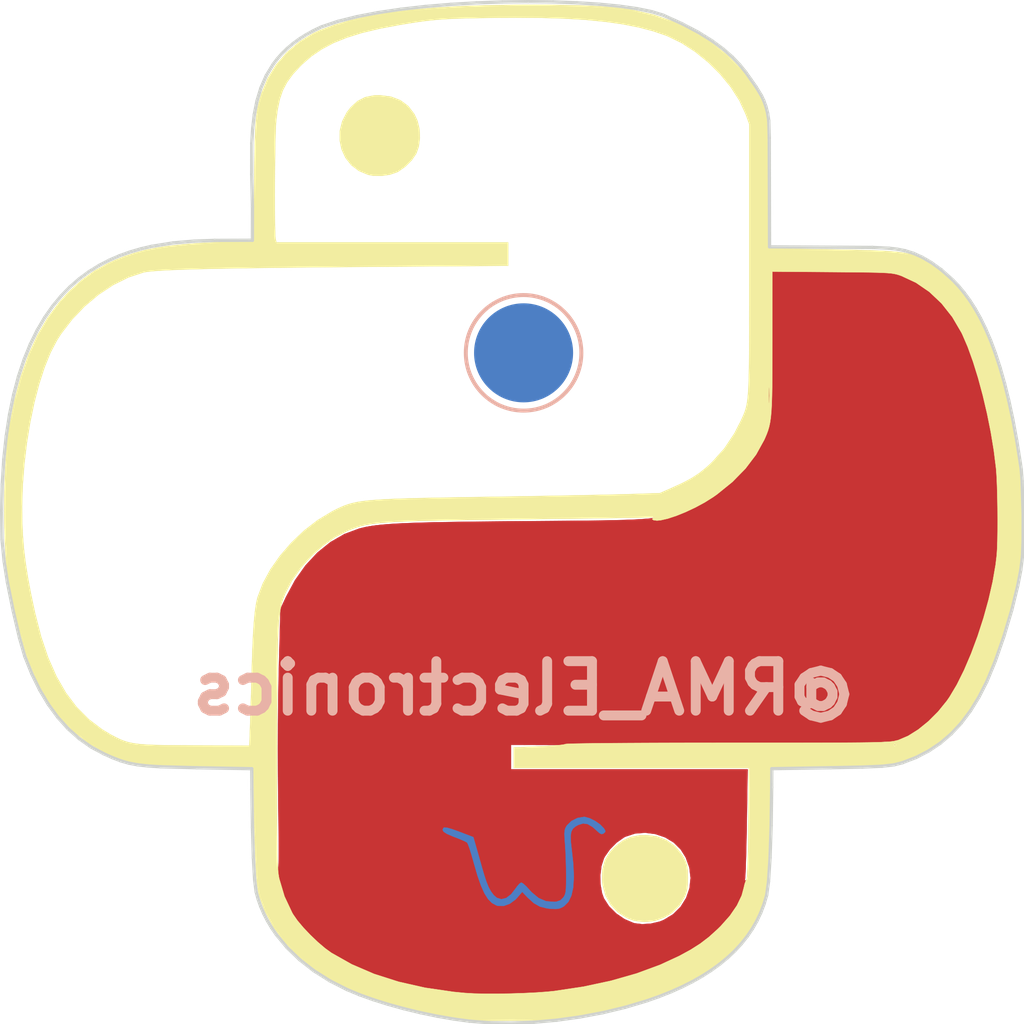
<source format=kicad_pcb>
(kicad_pcb (version 20171130) (host pcbnew 5.1.5)

  (general
    (thickness 1.6)
    (drawings 200)
    (tracks 0)
    (zones 0)
    (modules 5)
    (nets 1)
  )

  (page A4)
  (layers
    (0 F.Cu signal)
    (31 B.Cu signal)
    (32 B.Adhes user)
    (33 F.Adhes user)
    (34 B.Paste user)
    (35 F.Paste user)
    (36 B.SilkS user)
    (37 F.SilkS user hide)
    (38 B.Mask user)
    (39 F.Mask user hide)
    (40 Dwgs.User user)
    (41 Cmts.User user)
    (42 Eco1.User user)
    (43 Eco2.User user)
    (44 Edge.Cuts user)
    (45 Margin user)
    (46 B.CrtYd user)
    (47 F.CrtYd user)
    (48 B.Fab user)
    (49 F.Fab user)
  )

  (setup
    (last_trace_width 0.25)
    (trace_clearance 0.2)
    (zone_clearance 0.508)
    (zone_45_only no)
    (trace_min 0.2)
    (via_size 0.6)
    (via_drill 0.4)
    (via_min_size 0.4)
    (via_min_drill 0.3)
    (uvia_size 0.3)
    (uvia_drill 0.1)
    (uvias_allowed no)
    (uvia_min_size 0.2)
    (uvia_min_drill 0.1)
    (edge_width 0.15)
    (segment_width 0.2)
    (pcb_text_width 0.3)
    (pcb_text_size 1.5 1.5)
    (mod_edge_width 0.15)
    (mod_text_size 1 1)
    (mod_text_width 0.15)
    (pad_size 1.524 1.524)
    (pad_drill 0.762)
    (pad_to_mask_clearance 0.2)
    (aux_axis_origin 0 0)
    (visible_elements FFFFFF7F)
    (pcbplotparams
      (layerselection 0x010f0_ffffffff)
      (usegerberextensions false)
      (usegerberattributes false)
      (usegerberadvancedattributes false)
      (creategerberjobfile false)
      (excludeedgelayer true)
      (linewidth 0.100000)
      (plotframeref false)
      (viasonmask false)
      (mode 1)
      (useauxorigin false)
      (hpglpennumber 1)
      (hpglpenspeed 20)
      (hpglpendiameter 15.000000)
      (psnegative false)
      (psa4output false)
      (plotreference true)
      (plotvalue true)
      (plotinvisibletext false)
      (padsonsilk false)
      (subtractmaskfromsilk false)
      (outputformat 1)
      (mirror false)
      (drillshape 0)
      (scaleselection 1)
      (outputdirectory "gerbers/"))
  )

  (net 0 "")

  (net_class Default "This is the default net class."
    (clearance 0.2)
    (trace_width 0.25)
    (via_dia 0.6)
    (via_drill 0.4)
    (uvia_dia 0.3)
    (uvia_drill 0.1)
  )

  (module NFCBuisness:W (layer B.Cu) (tedit 0) (tstamp 5E0D9F14)
    (at 128.27 119.38 180)
    (fp_text reference Ref** (at 0 0) (layer B.SilkS) hide
      (effects (font (size 1.27 1.27) (thickness 0.15)) (justify mirror))
    )
    (fp_text value Val** (at 0 0) (layer B.SilkS) hide
      (effects (font (size 1.27 1.27) (thickness 0.15)) (justify mirror))
    )
    (fp_poly (pts (xy -1.630587 2.420899) (xy -1.447524 2.328559) (xy -1.311592 2.194757) (xy -1.304211 2.183555)
      (xy -1.265704 2.11344) (xy -1.244213 2.038839) (xy -1.23774 1.938094) (xy -1.244287 1.789546)
      (xy -1.255088 1.651) (xy -1.268682 1.442824) (xy -1.279873 1.184894) (xy -1.287394 0.912114)
      (xy -1.289962 0.690936) (xy -1.289221 0.458958) (xy -1.284387 0.294975) (xy -1.273305 0.182336)
      (xy -1.25382 0.10439) (xy -1.223775 0.044488) (xy -1.202268 0.013603) (xy -1.116398 -0.071274)
      (xy -1.002822 -0.111004) (xy -0.929984 -0.119227) (xy -0.68211 -0.100096) (xy -0.454281 -0.00289)
      (xy -0.240656 0.175182) (xy -0.185776 0.236175) (xy -0.081108 0.349759) (xy 0.009066 0.431822)
      (xy 0.066141 0.465547) (xy 0.068112 0.465666) (xy 0.123755 0.432548) (xy 0.197182 0.348904)
      (xy 0.229505 0.301607) (xy 0.376869 0.110873) (xy 0.526913 -0.003226) (xy 0.674284 -0.03902)
      (xy 0.813631 0.005163) (xy 0.907971 0.089777) (xy 0.988653 0.198585) (xy 1.058934 0.326542)
      (xy 1.126082 0.490779) (xy 1.197364 0.708426) (xy 1.255985 0.910166) (xy 1.31545 1.12099)
      (xy 1.377683 1.340443) (xy 1.431333 1.528529) (xy 1.442246 1.566558) (xy 1.521416 1.84195)
      (xy 1.949565 2.005418) (xy 2.167567 2.084028) (xy 2.315998 2.126297) (xy 2.401001 2.133773)
      (xy 2.422145 2.124455) (xy 2.452677 2.065526) (xy 2.41974 2.005855) (xy 2.317286 1.940366)
      (xy 2.13927 1.863979) (xy 2.089887 1.8454) (xy 1.930263 1.78316) (xy 1.799296 1.726134)
      (xy 1.71927 1.684217) (xy 1.708527 1.676067) (xy 1.680315 1.619963) (xy 1.636526 1.498254)
      (xy 1.582553 1.327363) (xy 1.52379 1.123712) (xy 1.507251 1.063196) (xy 1.396737 0.68139)
      (xy 1.290651 0.376432) (xy 1.184846 0.140938) (xy 1.075173 -0.032475) (xy 0.957485 -0.15119)
      (xy 0.827635 -0.222591) (xy 0.776069 -0.238398) (xy 0.602379 -0.241191) (xy 0.418574 -0.174646)
      (xy 0.246259 -0.047924) (xy 0.192569 0.009056) (xy 0.041511 0.185533) (xy -0.128458 0.008645)
      (xy -0.312966 -0.157866) (xy -0.496288 -0.260737) (xy -0.709082 -0.314778) (xy -0.823587 -0.327186)
      (xy -0.981029 -0.333485) (xy -1.090094 -0.317957) (xy -1.185756 -0.27362) (xy -1.227666 -0.246552)
      (xy -1.355913 -0.118677) (xy -1.447302 0.068507) (xy -1.502345 0.318683) (xy -1.521551 0.635539)
      (xy -1.505431 1.022758) (xy -1.460818 1.436924) (xy -1.432055 1.688127) (xy -1.424811 1.871541)
      (xy -1.442863 2.002167) (xy -1.489991 2.095003) (xy -1.569973 2.165049) (xy -1.656298 2.212878)
      (xy -1.801342 2.257899) (xy -1.939703 2.239415) (xy -2.087459 2.15265) (xy -2.203421 2.05035)
      (xy -2.298884 1.96489) (xy -2.361491 1.934189) (xy -2.413708 1.94891) (xy -2.426473 1.957639)
      (xy -2.473927 2.002339) (xy -2.467648 2.051331) (xy -2.429475 2.110518) (xy -2.32004 2.223928)
      (xy -2.167499 2.330713) (xy -2.002595 2.413218) (xy -1.856072 2.453788) (xy -1.829026 2.455333)
      (xy -1.630587 2.420899)) (layer B.Cu) (width 0.01))
  )

  (module TestPoint:TestPoint_Pad_D3.0mm (layer B.Cu) (tedit 5A0F774F) (tstamp 5E0D4686)
    (at 128.27 102.87)
    (descr "SMD pad as test Point, diameter 3.0mm")
    (tags "test point SMD pad")
    (attr virtual)
    (fp_text reference REF** (at 0 2.398) (layer B.SilkS) hide
      (effects (font (size 1 1) (thickness 0.15)) (justify mirror))
    )
    (fp_text value TestPoint_Pad_D3.0mm (at 0 -2.55) (layer B.Fab) hide
      (effects (font (size 1 1) (thickness 0.15)) (justify mirror))
    )
    (fp_circle (center 0 0) (end 0 -1.75) (layer B.SilkS) (width 0.12))
    (fp_circle (center 0 0) (end 2 0) (layer B.CrtYd) (width 0.05))
    (fp_text user %R (at 0 2.4) (layer B.Fab) hide
      (effects (font (size 1 1) (thickness 0.15)) (justify mirror))
    )
    (pad 1 smd circle (at 0 0) (size 3 3) (layers B.Cu B.Mask))
  )

  (module LOGO (layer F.Cu) (tedit 0) (tstamp 0)
    (at 128.27 107.95)
    (fp_text reference G*** (at 0 0) (layer F.SilkS) hide
      (effects (font (size 1.524 1.524) (thickness 0.3)))
    )
    (fp_text value LOGO (at 0.75 0) (layer F.SilkS) hide
      (effects (font (size 1.524 1.524) (thickness 0.3)))
    )
    (fp_poly (pts (xy 9.241942 -7.650436) (xy 9.71711 -7.644145) (xy 10.116436 -7.637277) (xy 10.448742 -7.6289)
      (xy 10.722853 -7.618084) (xy 10.947591 -7.603895) (xy 11.131779 -7.585403) (xy 11.284241 -7.561674)
      (xy 11.413801 -7.531779) (xy 11.529281 -7.494785) (xy 11.639504 -7.44976) (xy 11.753295 -7.395772)
      (xy 11.780061 -7.38241) (xy 12.140005 -7.175004) (xy 12.466202 -6.928756) (xy 12.761485 -6.638548)
      (xy 13.028689 -6.299263) (xy 13.270648 -5.905784) (xy 13.490197 -5.452994) (xy 13.69017 -4.935777)
      (xy 13.873401 -4.349013) (xy 14.042724 -3.687588) (xy 14.180814 -3.048) (xy 14.258119 -2.651554)
      (xy 14.319708 -2.304971) (xy 14.367272 -1.989917) (xy 14.402497 -1.68806) (xy 14.427074 -1.381067)
      (xy 14.44269 -1.050605) (xy 14.451034 -0.678341) (xy 14.453795 -0.245942) (xy 14.453766 -0.084666)
      (xy 14.45209 0.308032) (xy 14.447862 0.628485) (xy 14.440505 0.88909) (xy 14.429443 1.102245)
      (xy 14.414101 1.280347) (xy 14.393905 1.435795) (xy 14.379099 1.524) (xy 14.252264 2.135389)
      (xy 14.094514 2.752133) (xy 13.911324 3.35816) (xy 13.70817 3.937399) (xy 13.490528 4.473777)
      (xy 13.263873 4.951225) (xy 13.12554 5.203222) (xy 12.878969 5.573312) (xy 12.592725 5.914102)
      (xy 12.279046 6.215095) (xy 11.950168 6.465795) (xy 11.618327 6.655705) (xy 11.295759 6.774328)
      (xy 11.293353 6.774935) (xy 11.242022 6.782481) (xy 11.149323 6.789178) (xy 11.012001 6.795045)
      (xy 10.826801 6.800101) (xy 10.590467 6.804365) (xy 10.299744 6.807856) (xy 9.951377 6.810593)
      (xy 9.54211 6.812595) (xy 9.068687 6.813881) (xy 8.527855 6.814469) (xy 7.916356 6.81438)
      (xy 7.230935 6.81363) (xy 6.468338 6.812241) (xy 5.625309 6.81023) (xy 5.356103 6.809508)
      (xy -0.381 6.793769) (xy -0.381 7.535334) (xy 6.78697 7.535334) (xy 6.760737 9.157139)
      (xy 6.754165 9.521852) (xy 6.746753 9.861655) (xy 6.738808 10.166843) (xy 6.73064 10.42771)
      (xy 6.722557 10.63455) (xy 6.714867 10.777659) (xy 6.707881 10.847329) (xy 6.706872 10.850952)
      (xy 6.700605 10.901984) (xy 6.752251 10.894944) (xy 6.795642 10.886983) (xy 6.810149 10.920718)
      (xy 6.800553 11.014161) (xy 6.794241 11.053213) (xy 6.687583 11.43958) (xy 6.500339 11.814189)
      (xy 6.236094 12.174418) (xy 5.898437 12.517645) (xy 5.490952 12.841246) (xy 5.017228 13.142599)
      (xy 4.480849 13.41908) (xy 3.885402 13.668068) (xy 3.234474 13.886938) (xy 2.7305 14.025146)
      (xy 2.024297 14.180549) (xy 1.28176 14.305183) (xy 0.550334 14.391263) (xy 0.257123 14.410877)
      (xy -0.096347 14.423467) (xy -0.488292 14.429197) (xy -0.896928 14.428232) (xy -1.300467 14.420734)
      (xy -1.677126 14.406869) (xy -2.005119 14.386799) (xy -2.180166 14.370695) (xy -2.910234 14.266316)
      (xy -3.617535 14.11701) (xy -4.285681 13.927087) (xy -4.898288 13.700855) (xy -5.145933 13.590959)
      (xy -5.686183 13.30152) (xy -6.164206 12.971573) (xy -6.576037 12.605177) (xy -6.917709 12.206387)
      (xy -7.185257 11.779261) (xy -7.374714 11.327855) (xy -7.382603 11.303) (xy -7.463131 11.024731)
      (xy -7.507394 10.82105) (xy -7.512744 10.735952) (xy 2.324266 10.735952) (xy 2.330083 11.01974)
      (xy 2.375627 11.283289) (xy 2.432558 11.441798) (xy 2.587203 11.681293) (xy 2.803591 11.897818)
      (xy 3.058919 12.072864) (xy 3.33038 12.187924) (xy 3.362877 12.196801) (xy 3.594276 12.224654)
      (xy 3.857199 12.206861) (xy 4.114671 12.147538) (xy 4.239597 12.099147) (xy 4.527979 11.923469)
      (xy 4.756926 11.696534) (xy 4.923582 11.430067) (xy 5.025092 11.135799) (xy 5.058598 10.825457)
      (xy 5.021245 10.510768) (xy 4.910177 10.203463) (xy 4.759961 9.962408) (xy 4.548514 9.751671)
      (xy 4.286265 9.59413) (xy 3.991182 9.493597) (xy 3.681234 9.453882) (xy 3.374387 9.478794)
      (xy 3.088612 9.572144) (xy 3.039006 9.597481) (xy 2.819774 9.751282) (xy 2.617295 9.955104)
      (xy 2.460755 10.178335) (xy 2.431879 10.234301) (xy 2.358192 10.463586) (xy 2.324266 10.735952)
      (xy -7.512744 10.735952) (xy -7.515624 10.690148) (xy -7.488053 10.630217) (xy -7.46918 10.625667)
      (xy -7.454267 10.61964) (xy -7.441964 10.597116) (xy -7.432153 10.551428) (xy -7.424719 10.475912)
      (xy -7.419547 10.363902) (xy -7.416518 10.208732) (xy -7.415519 10.003735) (xy -7.416432 9.742248)
      (xy -7.419142 9.417603) (xy -7.423532 9.023136) (xy -7.429486 8.55218) (xy -7.43103 8.434917)
      (xy -7.438361 7.675864) (xy -7.440677 6.904715) (xy -7.44002 6.711593) (xy 10.849022 6.711593)
      (xy 10.902209 6.718235) (xy 10.964334 6.71947) (xy 11.055894 6.716168) (xy 11.081029 6.707724)
      (xy 11.059584 6.701124) (xy 10.936225 6.69412) (xy 10.869084 6.701124) (xy 10.849022 6.711593)
      (xy -7.44002 6.711593) (xy -7.43987 6.6675) (xy 11.260667 6.6675) (xy 11.281834 6.688667)
      (xy 11.303 6.6675) (xy 11.281834 6.646334) (xy 11.260667 6.6675) (xy -7.43987 6.6675)
      (xy -7.438084 6.14322) (xy -7.430687 5.413129) (xy -7.418591 4.736191) (xy -7.411753 4.458768)
      (xy -7.363472 2.673369) (xy -7.19931 2.320935) (xy -6.923359 1.808031) (xy -6.603595 1.3564)
      (xy -6.244431 0.969924) (xy -5.850281 0.65249) (xy -5.42556 0.407982) (xy -4.97468 0.240285)
      (xy -4.783666 0.194711) (xy -4.643647 0.169383) (xy -4.486058 0.146747) (xy -4.305427 0.126609)
      (xy -4.09628 0.108772) (xy -3.853141 0.093042) (xy -3.570539 0.079224) (xy -3.242999 0.067122)
      (xy -2.865046 0.056541) (xy -2.431208 0.047288) (xy -1.936011 0.039165) (xy -1.373979 0.031978)
      (xy -0.739641 0.025533) (xy -0.027521 0.019634) (xy 0.169334 0.018177) (xy 0.827992 0.013299)
      (xy 1.408132 0.008508) (xy 1.915899 0.003364) (xy 2.357438 -0.002569) (xy 2.738896 -0.009732)
      (xy 3.066419 -0.018562) (xy 3.346152 -0.029499) (xy 3.584241 -0.04298) (xy 3.786833 -0.059445)
      (xy 3.960073 -0.079332) (xy 4.110107 -0.10308) (xy 4.243081 -0.131127) (xy 4.365142 -0.163913)
      (xy 4.482434 -0.201874) (xy 4.601104 -0.245452) (xy 4.727298 -0.295083) (xy 4.763825 -0.309726)
      (xy 5.215023 -0.522731) (xy 5.653639 -0.79029) (xy 6.066838 -1.101132) (xy 6.441784 -1.443987)
      (xy 6.765642 -1.807586) (xy 7.025575 -2.18066) (xy 7.142637 -2.398303) (xy 7.201673 -2.52236)
      (xy 7.251787 -2.632033) (xy 7.293759 -2.735263) (xy 7.328373 -2.839989) (xy 7.356412 -2.954154)
      (xy 7.378656 -3.085696) (xy 7.39589 -3.242557) (xy 7.408896 -3.432677) (xy 7.418455 -3.663996)
      (xy 7.42535 -3.944455) (xy 7.430364 -4.281994) (xy 7.434279 -4.684554) (xy 7.437877 -5.160074)
      (xy 7.439696 -5.413059) (xy 7.45605 -7.672284) (xy 9.241942 -7.650436)) (layer F.Cu) (width 0.01))
  )

  (module LOGO (layer F.Cu) (tedit 0) (tstamp 0)
    (at 128.27 107.95)
    (fp_text reference G*** (at 0 0) (layer F.SilkS) hide
      (effects (font (size 1.524 1.524) (thickness 0.3)))
    )
    (fp_text value LOGO (at 0.75 0) (layer F.SilkS) hide
      (effects (font (size 1.524 1.524) (thickness 0.3)))
    )
    (fp_poly (pts (xy 0.744648 -15.619978) (xy 1.265944 -15.61368) (xy 1.721454 -15.602694) (xy 2.120574 -15.58656)
      (xy 2.472702 -15.56482) (xy 2.787238 -15.537015) (xy 3.073577 -15.502686) (xy 3.302 -15.468002)
      (xy 3.937835 -15.323376) (xy 4.553384 -15.107888) (xy 5.138719 -14.827393) (xy 5.683915 -14.487749)
      (xy 6.179042 -14.094808) (xy 6.614174 -13.654427) (xy 6.829176 -13.387617) (xy 7.027494 -13.107971)
      (xy 7.173173 -12.868753) (xy 7.275216 -12.652353) (xy 7.342628 -12.441158) (xy 7.364627 -12.340166)
      (xy 7.376706 -12.23554) (xy 7.388639 -12.053682) (xy 7.400173 -11.802025) (xy 7.411057 -11.488004)
      (xy 7.421037 -11.119053) (xy 7.429862 -10.702607) (xy 7.437278 -10.246099) (xy 7.438307 -10.170583)
      (xy 7.44362 -9.776807) (xy 7.448733 -9.410098) (xy 7.453515 -9.078908) (xy 7.457837 -8.791689)
      (xy 7.461568 -8.556892) (xy 7.464581 -8.382972) (xy 7.466743 -8.278378) (xy 7.467787 -8.250277)
      (xy 7.509558 -8.248551) (xy 7.627512 -8.245491) (xy 7.813178 -8.241274) (xy 8.058085 -8.236075)
      (xy 8.353762 -8.230072) (xy 8.691739 -8.223439) (xy 9.063545 -8.216355) (xy 9.376834 -8.210533)
      (xy 9.895042 -8.200505) (xy 10.336994 -8.189973) (xy 10.711094 -8.17743) (xy 11.025747 -8.161366)
      (xy 11.289357 -8.140274) (xy 11.510329 -8.112644) (xy 11.697067 -8.07697) (xy 11.857976 -8.031741)
      (xy 12.001459 -7.97545) (xy 12.135922 -7.906589) (xy 12.269769 -7.823648) (xy 12.411405 -7.72512)
      (xy 12.518963 -7.6466) (xy 12.880769 -7.346107) (xy 13.211795 -6.998535) (xy 13.514074 -6.599533)
      (xy 13.78964 -6.144752) (xy 14.040525 -5.629844) (xy 14.268764 -5.050458) (xy 14.476389 -4.402246)
      (xy 14.665435 -3.680858) (xy 14.837934 -2.881946) (xy 14.900262 -2.553341) (xy 14.980907 -2.064706)
      (xy 15.040639 -1.585342) (xy 15.081308 -1.092433) (xy 15.104765 -0.563162) (xy 15.112858 0.025286)
      (xy 15.112897 0.069598) (xy 15.108708 0.528992) (xy 15.094572 0.923877) (xy 15.068323 1.274055)
      (xy 15.027797 1.599324) (xy 14.970829 1.919485) (xy 14.895254 2.254339) (xy 14.857811 2.4027)
      (xy 14.643076 3.177955) (xy 14.419573 3.873414) (xy 14.184244 4.493757) (xy 13.93403 5.043663)
      (xy 13.66587 5.52781) (xy 13.376707 5.950878) (xy 13.06348 6.317545) (xy 12.72313 6.632489)
      (xy 12.352599 6.900391) (xy 11.948826 7.125929) (xy 11.694444 7.240739) (xy 11.590301 7.281117)
      (xy 11.481687 7.315658) (xy 11.360732 7.345021) (xy 11.219563 7.369868) (xy 11.050311 7.390858)
      (xy 10.845103 7.408651) (xy 10.59607 7.423907) (xy 10.295339 7.437287) (xy 9.93504 7.44945)
      (xy 9.507301 7.461056) (xy 9.004252 7.472766) (xy 8.900584 7.475034) (xy 7.493 7.50559)
      (xy 7.492582 8.568212) (xy 7.487252 9.171136) (xy 7.472112 9.735319) (xy 7.447699 10.250061)
      (xy 7.414554 10.704665) (xy 7.373216 11.088433) (xy 7.361115 11.175815) (xy 7.247847 11.661771)
      (xy 7.054721 12.124303) (xy 6.783706 12.561737) (xy 6.43677 12.972398) (xy 6.01588 13.354612)
      (xy 5.523005 13.706704) (xy 4.960113 14.026999) (xy 4.329172 14.313824) (xy 3.63215 14.565504)
      (xy 3.2385 14.683541) (xy 2.894096 14.773181) (xy 2.507584 14.862195) (xy 2.104004 14.945659)
      (xy 1.708395 15.018645) (xy 1.345796 15.076229) (xy 1.064431 15.111214) (xy 0.923454 15.120991)
      (xy 0.717095 15.129412) (xy 0.459208 15.136407) (xy 0.163646 15.14191) (xy -0.155738 15.145852)
      (xy -0.485091 15.148166) (xy -0.810561 15.148782) (xy -1.118295 15.147633) (xy -1.394439 15.144652)
      (xy -1.625141 15.139769) (xy -1.796548 15.132918) (xy -1.883833 15.12569) (xy -2.245358 15.068534)
      (xy -2.66123 14.988087) (xy -3.10634 14.890304) (xy -3.555578 14.781142) (xy -3.983837 14.666554)
      (xy -4.366008 14.552496) (xy -4.531068 14.497837) (xy -5.197844 14.234927) (xy -5.804845 13.928552)
      (xy -6.348968 13.581481) (xy -6.82711 13.196479) (xy -7.236169 12.776313) (xy -7.573042 12.323751)
      (xy -7.834628 11.841558) (xy -7.996397 11.407342) (xy -8.026448 11.292873) (xy -8.051059 11.163284)
      (xy -8.071483 11.005784) (xy -8.088978 10.807578) (xy -8.104797 10.555877) (xy -8.120196 10.237886)
      (xy -8.127093 10.075334) (xy -8.139883 9.732537) (xy -8.15123 9.367474) (xy -8.160517 9.005032)
      (xy -8.167127 8.670104) (xy -8.170441 8.387578) (xy -8.170698 8.3185) (xy -8.172761 8.078033)
      (xy -8.177887 7.865997) (xy -8.185451 7.697365) (xy -8.186947 7.679768) (xy -7.469903 7.679768)
      (xy -7.469774 8.232243) (xy -7.469143 8.711799) (xy -7.467903 9.124309) (xy -7.465948 9.475647)
      (xy -7.463168 9.771687) (xy -7.459457 10.018301) (xy -7.454708 10.221363) (xy -7.448812 10.386747)
      (xy -7.441662 10.520327) (xy -7.43315 10.627975) (xy -7.42317 10.715565) (xy -7.411613 10.788971)
      (xy -7.400111 10.846238) (xy -7.240851 11.381534) (xy -7.007485 11.877883) (xy -6.978845 11.927391)
      (xy -6.850368 12.112128) (xy -6.670591 12.325965) (xy -6.458105 12.550211) (xy -6.231498 12.766175)
      (xy -6.00936 12.955166) (xy -5.820833 13.091778) (xy -5.20579 13.43863) (xy -4.526934 13.730692)
      (xy -3.785253 13.967669) (xy -2.981735 14.149262) (xy -2.117366 14.275176) (xy -1.774138 14.30828)
      (xy -1.504261 14.323638) (xy -1.171095 14.331321) (xy -0.795626 14.331796) (xy -0.398838 14.325529)
      (xy -0.001717 14.312985) (xy 0.374751 14.29463) (xy 0.709581 14.270932) (xy 0.936195 14.248097)
      (xy 1.813411 14.11629) (xy 2.644181 13.938538) (xy 3.420952 13.716962) (xy 4.136173 13.453685)
      (xy 4.714077 13.186405) (xy 5.061543 12.9969) (xy 5.353786 12.810759) (xy 5.617232 12.608943)
      (xy 5.878307 12.372412) (xy 5.971386 12.280542) (xy 6.248645 11.968711) (xy 6.462415 11.656532)
      (xy 6.606741 11.353875) (xy 6.668119 11.125726) (xy 6.697564 10.998543) (xy 6.734624 10.9021)
      (xy 6.74637 10.883784) (xy 6.760376 10.832979) (xy 6.772556 10.715393) (xy 6.783021 10.527906)
      (xy 6.791885 10.2674) (xy 6.799262 9.930755) (xy 6.805263 9.514853) (xy 6.808846 9.158701)
      (xy 6.823192 7.493) (xy -0.296333 7.493) (xy -0.296333 6.869691) (xy 0.47625 6.839087)
      (xy 0.722612 6.827337) (xy 0.938058 6.813272) (xy 1.109006 6.798089) (xy 1.135824 6.7945)
      (xy 11.218334 6.7945) (xy 11.2395 6.815667) (xy 11.260667 6.7945) (xy 11.2395 6.773334)
      (xy 11.218334 6.7945) (xy 1.135824 6.7945) (xy 1.221871 6.782985) (xy 1.262945 6.769741)
      (xy 1.306793 6.764039) (xy 1.431579 6.75869) (xy 1.633571 6.753721) (xy 1.909041 6.749164)
      (xy 2.254259 6.745046) (xy 2.665496 6.741397) (xy 3.139022 6.738248) (xy 3.671108 6.735627)
      (xy 4.258025 6.733563) (xy 4.896042 6.732086) (xy 5.58143 6.731225) (xy 6.179735 6.731)
      (xy 6.928272 6.730965) (xy 7.596939 6.730809) (xy 8.190534 6.730455) (xy 8.713853 6.729823)
      (xy 9.171694 6.728838) (xy 9.568854 6.727422) (xy 9.910129 6.725496) (xy 10.200317 6.722984)
      (xy 10.444214 6.719808) (xy 10.646619 6.71589) (xy 10.812328 6.711152) (xy 10.946138 6.705518)
      (xy 11.052845 6.69891) (xy 11.137248 6.69125) (xy 11.204144 6.68246) (xy 11.258328 6.672464)
      (xy 11.304599 6.661183) (xy 11.347753 6.648539) (xy 11.351458 6.647391) (xy 11.646355 6.521415)
      (xy 11.954857 6.327641) (xy 12.262582 6.078175) (xy 12.555148 5.785126) (xy 12.818173 5.460602)
      (xy 12.898565 5.344873) (xy 13.121494 4.970606) (xy 13.341389 4.527807) (xy 13.552882 4.032581)
      (xy 13.750608 3.501029) (xy 13.9292 2.949257) (xy 14.08329 2.393366) (xy 14.207513 1.849461)
      (xy 14.296502 1.333644) (xy 14.33035 1.048551) (xy 14.342543 0.860883) (xy 14.350876 0.606523)
      (xy 14.355495 0.30335) (xy 14.356545 -0.030756) (xy 14.354173 -0.377916) (xy 14.348524 -0.720248)
      (xy 14.339743 -1.039875) (xy 14.327977 -1.318916) (xy 14.31337 -1.539492) (xy 14.308877 -1.5875)
      (xy 14.242322 -2.120579) (xy 14.150767 -2.675659) (xy 14.038004 -3.237878) (xy 13.907829 -3.792375)
      (xy 13.764035 -4.324291) (xy 13.610416 -4.818765) (xy 13.450768 -5.260936) (xy 13.288883 -5.635943)
      (xy 13.260467 -5.693833) (xy 12.983971 -6.16495) (xy 12.658507 -6.577458) (xy 12.289916 -6.925868)
      (xy 11.884036 -7.20469) (xy 11.446707 -7.408435) (xy 11.43 -7.414462) (xy 11.360932 -7.438321)
      (xy 11.294057 -7.458051) (xy 11.220721 -7.474116) (xy 11.132272 -7.486984) (xy 11.020055 -7.497121)
      (xy 10.875419 -7.504994) (xy 10.689709 -7.51107) (xy 10.454272 -7.515814) (xy 10.160456 -7.519693)
      (xy 9.799606 -7.523174) (xy 9.363069 -7.526723) (xy 9.345084 -7.526864) (xy 7.535334 -7.541025)
      (xy 7.534598 -5.410929) (xy 7.534119 -4.893508) (xy 7.532625 -4.452765) (xy 7.529456 -4.080713)
      (xy 7.52395 -3.769363) (xy 7.515445 -3.510728) (xy 7.50328 -3.29682) (xy 7.486794 -3.119652)
      (xy 7.465325 -2.971235) (xy 7.438212 -2.843582) (xy 7.404793 -2.728706) (xy 7.364407 -2.618617)
      (xy 7.316392 -2.50533) (xy 7.288933 -2.444143) (xy 7.044062 -2.000904) (xy 6.720661 -1.574107)
      (xy 6.32424 -1.169922) (xy 5.86031 -0.79452) (xy 5.739742 -0.709535) (xy 5.485201 -0.549607)
      (xy 5.203359 -0.397393) (xy 4.911432 -0.260073) (xy 4.626637 -0.144828) (xy 4.366192 -0.058837)
      (xy 4.147313 -0.009281) (xy 4.038374 0) (xy 3.935212 -0.013436) (xy 3.896666 -0.044564)
      (xy 3.929585 -0.079607) (xy 3.989917 -0.097461) (xy 4.016732 -0.105595) (xy 3.968199 -0.103581)
      (xy 3.937 -0.100587) (xy 3.872824 -0.097769) (xy 3.730476 -0.094115) (xy 3.516443 -0.089725)
      (xy 3.237216 -0.0847) (xy 2.899282 -0.07914) (xy 2.50913 -0.073148) (xy 2.07325 -0.066822)
      (xy 1.59813 -0.060264) (xy 1.090259 -0.053575) (xy 0.556126 -0.046856) (xy 0.1905 -0.042431)
      (xy -0.552771 -0.033393) (xy -1.216699 -0.024749) (xy -1.806607 -0.016159) (xy -2.327816 -0.007284)
      (xy -2.785647 0.002215) (xy -3.185422 0.012677) (xy -3.532462 0.024443) (xy -3.832088 0.037852)
      (xy -4.089622 0.053243) (xy -4.310386 0.070955) (xy -4.499701 0.091327) (xy -4.662888 0.1147)
      (xy -4.805268 0.141412) (xy -4.932164 0.171803) (xy -5.048896 0.206213) (xy -5.160787 0.24498)
      (xy -5.273156 0.288445) (xy -5.32452 0.309308) (xy -5.707631 0.505436) (xy -6.082565 0.770117)
      (xy -6.435419 1.088606) (xy -6.752293 1.446159) (xy -7.019284 1.828034) (xy -7.222492 2.219484)
      (xy -7.288597 2.392384) (xy -7.318758 2.489936) (xy -7.345401 2.596768) (xy -7.368743 2.718422)
      (xy -7.388999 2.860443) (xy -7.406384 3.028374) (xy -7.421114 3.227759) (xy -7.433405 3.46414)
      (xy -7.443473 3.743063) (xy -7.451532 4.070069) (xy -7.457798 4.450703) (xy -7.462487 4.890509)
      (xy -7.465814 5.395029) (xy -7.467995 5.969808) (xy -7.469246 6.620388) (xy -7.469639 7.0485)
      (xy -7.469903 7.679768) (xy -8.186947 7.679768) (xy -8.194826 7.587109) (xy -8.202731 7.55164)
      (xy -8.253035 7.535256) (xy -8.382288 7.520169) (xy -8.591729 7.50631) (xy -8.882599 7.493605)
      (xy -9.256135 7.481984) (xy -9.525 7.4754) (xy -10.048591 7.462435) (xy -10.496707 7.448093)
      (xy -10.878541 7.43111) (xy -11.203282 7.410223) (xy -11.480125 7.384171) (xy -11.718259 7.351688)
      (xy -11.926878 7.311514) (xy -12.115172 7.262384) (xy -12.292333 7.203037) (xy -12.467554 7.132208)
      (xy -12.650025 7.048635) (xy -12.657666 7.04498) (xy -13.167891 6.754209) (xy -13.630121 6.393748)
      (xy -14.044245 5.963733) (xy -14.41015 5.464299) (xy -14.727724 4.895584) (xy -14.996854 4.257725)
      (xy -15.028241 4.169834) (xy -15.093616 3.966133) (xy -15.170655 3.698855) (xy -15.254494 3.38746)
      (xy -15.340269 3.051407) (xy -15.423116 2.710158) (xy -15.49817 2.383171) (xy -15.560567 2.089908)
      (xy -15.599646 1.883834) (xy -15.646951 1.541569) (xy -15.683463 1.131024) (xy -15.709251 0.667885)
      (xy -15.724387 0.167839) (xy -15.728938 -0.353429) (xy -15.728127 -0.425139) (xy -15.188703 -0.425139)
      (xy -15.184134 0.021167) (xy -15.164945 0.447118) (xy -15.130963 0.863187) (xy -15.079674 1.287252)
      (xy -15.008564 1.737193) (xy -14.915117 2.230888) (xy -14.796819 2.786215) (xy -14.792512 2.805578)
      (xy -14.609636 3.518639) (xy -14.394597 4.155945) (xy -14.145263 4.720902) (xy -13.859499 5.216917)
      (xy -13.535172 5.647398) (xy -13.17015 6.01575) (xy -12.762299 6.325382) (xy -12.485362 6.490235)
      (xy -12.347912 6.562813) (xy -12.22201 6.62328) (xy -12.098419 6.672769) (xy -11.967903 6.712415)
      (xy -11.821225 6.743352) (xy -11.64915 6.766716) (xy -11.442441 6.783641) (xy -11.191861 6.79526)
      (xy -10.888175 6.802708) (xy -10.522146 6.80712) (xy -10.084538 6.809631) (xy -9.878756 6.810386)
      (xy -8.306346 6.815667) (xy -8.281101 6.12775) (xy -8.272129 5.867939) (xy -8.262012 5.549528)
      (xy -8.251525 5.198566) (xy -8.241445 4.841096) (xy -8.232546 4.503167) (xy -8.231619 4.466167)
      (xy -8.214989 3.923519) (xy -8.193949 3.461083) (xy -8.16815 3.074499) (xy -8.137241 2.759411)
      (xy -8.100871 2.511459) (xy -8.060014 2.330862) (xy -7.900763 1.908277) (xy -7.669153 1.481846)
      (xy -7.375936 1.063889) (xy -7.03186 0.666726) (xy -6.647678 0.302676) (xy -6.234139 -0.015941)
      (xy -5.801994 -0.276804) (xy -5.770316 -0.293096) (xy -5.650797 -0.353081) (xy -5.538696 -0.406171)
      (xy -5.428202 -0.452874) (xy -5.313506 -0.493703) (xy -5.188798 -0.529167) (xy -5.048268 -0.559778)
      (xy -4.886108 -0.586045) (xy -4.696506 -0.60848) (xy -4.473654 -0.627593) (xy -4.211742 -0.643894)
      (xy -3.904961 -0.657894) (xy -3.5475 -0.670103) (xy -3.13355 -0.681033) (xy -2.657302 -0.691194)
      (xy -2.112945 -0.701096) (xy -1.494671 -0.71125) (xy -0.90761 -0.720445) (xy -0.375046 -0.728948)
      (xy 0.157128 -0.737895) (xy 0.678986 -0.747092) (xy 1.180606 -0.756344) (xy 1.652061 -0.765457)
      (xy 2.083428 -0.774238) (xy 2.464782 -0.782491) (xy 2.786199 -0.790023) (xy 3.037755 -0.79664)
      (xy 3.132667 -0.799495) (xy 4.1275 -0.831283) (xy 4.521289 -1.004477) (xy 4.839942 -1.152196)
      (xy 5.099751 -1.292326) (xy 5.323534 -1.439636) (xy 5.53411 -1.60889) (xy 5.716631 -1.778)
      (xy 6.079386 -2.183297) (xy 6.385091 -2.64171) (xy 6.578064 -3.019306) (xy 6.619844 -3.110431)
      (xy 6.656872 -3.193212) (xy 6.689433 -3.273072) (xy 6.717815 -3.355438) (xy 6.742304 -3.445734)
      (xy 6.763187 -3.549384) (xy 6.78075 -3.671813) (xy 6.792345 -3.788833) (xy 7.42336 -3.788833)
      (xy 7.424928 -3.648042) (xy 7.42897 -3.571792) (xy 7.43481 -3.567576) (xy 7.439502 -3.610194)
      (xy 7.445908 -3.779648) (xy 7.442186 -3.951181) (xy 7.439268 -3.991194) (xy 7.432494 -4.030775)
      (xy 7.427169 -3.99434) (xy 7.423973 -3.890537) (xy 7.42336 -3.788833) (xy 6.792345 -3.788833)
      (xy 6.79528 -3.818447) (xy 6.807064 -3.99471) (xy 6.816388 -4.206026) (xy 6.823539 -4.457821)
      (xy 6.828804 -4.75552) (xy 6.83247 -5.104546) (xy 6.834822 -5.510326) (xy 6.836148 -5.978283)
      (xy 6.836735 -6.513843) (xy 6.836868 -7.12243) (xy 6.836835 -7.809469) (xy 6.836834 -7.916333)
      (xy 6.836834 -12.0015) (xy 6.724483 -12.308923) (xy 6.536513 -12.716764) (xy 6.276973 -13.122043)
      (xy 5.95839 -13.512381) (xy 5.593288 -13.875401) (xy 5.194195 -14.198725) (xy 4.773635 -14.469974)
      (xy 4.344134 -14.676771) (xy 4.318 -14.686995) (xy 3.925171 -14.821245) (xy 3.491785 -14.935445)
      (xy 3.012291 -15.030175) (xy 2.481136 -15.106014) (xy 1.892767 -15.16354) (xy 1.241633 -15.203334)
      (xy 0.522179 -15.225974) (xy -0.271146 -15.232039) (xy -0.858445 -15.226952) (xy -1.31063 -15.219835)
      (xy -1.691664 -15.21203) (xy -2.01506 -15.202522) (xy -2.294335 -15.190296) (xy -2.543003 -15.174337)
      (xy -2.774578 -15.153633) (xy -3.002575 -15.127167) (xy -3.240509 -15.093927) (xy -3.501895 -15.052896)
      (xy -3.767666 -15.008588) (xy -4.368823 -14.894789) (xy -4.894664 -14.768369) (xy -5.354069 -14.625621)
      (xy -5.755919 -14.462838) (xy -6.109094 -14.276312) (xy -6.422473 -14.062338) (xy -6.704938 -13.817208)
      (xy -6.7652 -13.757321) (xy -6.989369 -13.511443) (xy -7.161291 -13.276042) (xy -7.289516 -13.031705)
      (xy -7.382591 -12.759019) (xy -7.449065 -12.43857) (xy -7.491753 -12.107333) (xy -7.500839 -11.979696)
      (xy -7.508945 -11.786918) (xy -7.516018 -11.540357) (xy -7.522003 -11.251373) (xy -7.526848 -10.931326)
      (xy -7.530499 -10.591574) (xy -7.532902 -10.243477) (xy -7.534004 -9.898393) (xy -7.533751 -9.567683)
      (xy -7.532091 -9.262705) (xy -7.528968 -8.994818) (xy -7.524331 -8.775382) (xy -7.518125 -8.615756)
      (xy -7.510297 -8.527299) (xy -7.508651 -8.519583) (xy -7.483125 -8.424333) (xy -0.465666 -8.424333)
      (xy -0.465666 -7.716585) (xy -4.392083 -7.686723) (xy -5.352057 -7.678978) (xy -6.230285 -7.670935)
      (xy -7.029686 -7.662524) (xy -7.753182 -7.653673) (xy -8.403691 -7.644312) (xy -8.984134 -7.63437)
      (xy -9.497432 -7.623776) (xy -9.946503 -7.612461) (xy -10.334269 -7.600352) (xy -10.663649 -7.587379)
      (xy -10.937563 -7.573472) (xy -11.158932 -7.558559) (xy -11.330676 -7.542571) (xy -11.455714 -7.525436)
      (xy -11.510648 -7.514306) (xy -11.967622 -7.363683) (xy -12.423005 -7.137789) (xy -12.86552 -6.845464)
      (xy -13.283892 -6.495549) (xy -13.666844 -6.096884) (xy -14.0031 -5.658309) (xy -14.129711 -5.461)
      (xy -14.324762 -5.088113) (xy -14.505465 -4.642579) (xy -14.669677 -4.135534) (xy -14.815257 -3.578115)
      (xy -14.940062 -2.981456) (xy -15.041951 -2.356693) (xy -15.118782 -1.714962) (xy -15.168413 -1.067399)
      (xy -15.188703 -0.425139) (xy -15.728127 -0.425139) (xy -15.722976 -0.880231) (xy -15.70657 -1.396881)
      (xy -15.679789 -1.887693) (xy -15.642702 -2.33698) (xy -15.595381 -2.729055) (xy -15.578677 -2.836333)
      (xy -15.422354 -3.635703) (xy -15.229968 -4.361811) (xy -14.999684 -5.018836) (xy -14.729662 -5.610956)
      (xy -14.418068 -6.142349) (xy -14.063062 -6.617195) (xy -13.781334 -6.924624) (xy -13.397212 -7.275849)
      (xy -13.006027 -7.560741) (xy -12.5837 -7.795907) (xy -12.389248 -7.884704) (xy -12.084297 -8.007144)
      (xy -11.778186 -8.109977) (xy -11.458887 -8.195325) (xy -11.114368 -8.265311) (xy -10.7326 -8.322058)
      (xy -10.301551 -8.367686) (xy -9.809191 -8.40432) (xy -9.285954 -8.432166) (xy -8.179075 -8.482625)
      (xy -8.158872 -10.284396) (xy -8.153026 -10.761311) (xy -8.146569 -11.163076) (xy -8.138708 -11.499208)
      (xy -8.128652 -11.779224) (xy -8.115608 -12.012639) (xy -8.098784 -12.208972) (xy -8.077388 -12.377738)
      (xy -8.050628 -12.528455) (xy -8.017712 -12.670638) (xy -7.977847 -12.813805) (xy -7.937415 -12.944928)
      (xy -7.750789 -13.396196) (xy -7.491902 -13.812614) (xy -7.169131 -14.185144) (xy -6.790854 -14.504745)
      (xy -6.365448 -14.762376) (xy -6.170618 -14.851646) (xy -5.726253 -15.016098) (xy -5.231431 -15.159698)
      (xy -4.682169 -15.282933) (xy -4.07449 -15.386288) (xy -3.404411 -15.470247) (xy -2.667955 -15.535296)
      (xy -1.861139 -15.581921) (xy -0.979985 -15.610606) (xy -0.020513 -15.621837) (xy 0.148167 -15.622046)
      (xy 0.744648 -15.619978)) (layer F.SilkS) (width 0.01))
    (fp_poly (pts (xy 4.035817 9.565026) (xy 4.335231 9.680268) (xy 4.592819 9.8672) (xy 4.802034 10.121881)
      (xy 4.86114 10.2235) (xy 4.917268 10.340819) (xy 4.951105 10.451187) (xy 4.968024 10.582921)
      (xy 4.973396 10.764335) (xy 4.973563 10.816167) (xy 4.968235 11.0332) (xy 4.94918 11.193608)
      (xy 4.91214 11.324901) (xy 4.884813 11.389818) (xy 4.715608 11.666717) (xy 4.487548 11.885921)
      (xy 4.266261 12.020684) (xy 3.97317 12.123894) (xy 3.661815 12.157117) (xy 3.355453 12.119808)
      (xy 3.146599 12.046919) (xy 2.862982 11.870765) (xy 2.63943 11.63802) (xy 2.481136 11.356576)
      (xy 2.393295 11.03432) (xy 2.378208 10.879667) (xy 2.389304 10.563135) (xy 2.459663 10.296028)
      (xy 2.595897 10.061468) (xy 2.773538 9.870389) (xy 3.003693 9.693944) (xy 3.244474 9.584297)
      (xy 3.519955 9.532493) (xy 3.701125 9.525414) (xy 4.035817 9.565026)) (layer F.SilkS) (width 0.01))
    (fp_poly (pts (xy -4.01729 -12.840639) (xy -3.729245 -12.730476) (xy -3.491624 -12.553428) (xy -3.30713 -12.311322)
      (xy -3.215 -12.11471) (xy -3.152919 -11.862998) (xy -3.139629 -11.589097) (xy -3.174041 -11.324773)
      (xy -3.249387 -11.1125) (xy -3.387805 -10.911163) (xy -3.578239 -10.7212) (xy -3.790024 -10.572229)
      (xy -3.831166 -10.550496) (xy -4.04933 -10.475908) (xy -4.305577 -10.439398) (xy -4.560702 -10.444483)
      (xy -4.707791 -10.471877) (xy -4.98885 -10.589249) (xy -5.21866 -10.764382) (xy -5.394212 -10.985455)
      (xy -5.512493 -11.240648) (xy -5.570493 -11.51814) (xy -5.5652 -11.806111) (xy -5.493602 -12.092738)
      (xy -5.35269 -12.366202) (xy -5.230245 -12.522791) (xy -5.024542 -12.708101) (xy -4.797682 -12.823647)
      (xy -4.531541 -12.876854) (xy -4.353051 -12.882094) (xy -4.01729 -12.840639)) (layer F.SilkS) (width 0.01))
  )

  (module LOGO (layer F.Cu) (tedit 0) (tstamp 0)
    (at 128.27 107.95)
    (fp_text reference G*** (at 0 0) (layer F.SilkS) hide
      (effects (font (size 1.524 1.524) (thickness 0.3)))
    )
    (fp_text value LOGO (at 0.75 0) (layer F.SilkS) hide
      (effects (font (size 1.524 1.524) (thickness 0.3)))
    )
    (fp_poly (pts (xy 9.241942 -7.650436) (xy 9.71711 -7.644145) (xy 10.116436 -7.637277) (xy 10.448742 -7.6289)
      (xy 10.722853 -7.618084) (xy 10.947591 -7.603895) (xy 11.131779 -7.585403) (xy 11.284241 -7.561674)
      (xy 11.413801 -7.531779) (xy 11.529281 -7.494785) (xy 11.639504 -7.44976) (xy 11.753295 -7.395772)
      (xy 11.780061 -7.38241) (xy 12.140005 -7.175004) (xy 12.466202 -6.928756) (xy 12.761485 -6.638548)
      (xy 13.028689 -6.299263) (xy 13.270648 -5.905784) (xy 13.490197 -5.452994) (xy 13.69017 -4.935777)
      (xy 13.873401 -4.349013) (xy 14.042724 -3.687588) (xy 14.180814 -3.048) (xy 14.258119 -2.651554)
      (xy 14.319708 -2.304971) (xy 14.367272 -1.989917) (xy 14.402497 -1.68806) (xy 14.427074 -1.381067)
      (xy 14.44269 -1.050605) (xy 14.451034 -0.678341) (xy 14.453795 -0.245942) (xy 14.453766 -0.084666)
      (xy 14.45209 0.308032) (xy 14.447862 0.628485) (xy 14.440505 0.88909) (xy 14.429443 1.102245)
      (xy 14.414101 1.280347) (xy 14.393905 1.435795) (xy 14.379099 1.524) (xy 14.252264 2.135389)
      (xy 14.094514 2.752133) (xy 13.911324 3.35816) (xy 13.70817 3.937399) (xy 13.490528 4.473777)
      (xy 13.263873 4.951225) (xy 13.12554 5.203222) (xy 12.878969 5.573312) (xy 12.592725 5.914102)
      (xy 12.279046 6.215095) (xy 11.950168 6.465795) (xy 11.618327 6.655705) (xy 11.295759 6.774328)
      (xy 11.293353 6.774935) (xy 11.242022 6.782481) (xy 11.149323 6.789178) (xy 11.012001 6.795045)
      (xy 10.826801 6.800101) (xy 10.590467 6.804365) (xy 10.299744 6.807856) (xy 9.951377 6.810593)
      (xy 9.54211 6.812595) (xy 9.068687 6.813881) (xy 8.527855 6.814469) (xy 7.916356 6.81438)
      (xy 7.230935 6.81363) (xy 6.468338 6.812241) (xy 5.625309 6.81023) (xy 5.356103 6.809508)
      (xy -0.381 6.793769) (xy -0.381 7.535334) (xy 6.78697 7.535334) (xy 6.760737 9.157139)
      (xy 6.754165 9.521852) (xy 6.746753 9.861655) (xy 6.738808 10.166843) (xy 6.73064 10.42771)
      (xy 6.722557 10.63455) (xy 6.714867 10.777659) (xy 6.707881 10.847329) (xy 6.706872 10.850952)
      (xy 6.700605 10.901984) (xy 6.752251 10.894944) (xy 6.795642 10.886983) (xy 6.810149 10.920718)
      (xy 6.800553 11.014161) (xy 6.794241 11.053213) (xy 6.687583 11.43958) (xy 6.500339 11.814189)
      (xy 6.236094 12.174418) (xy 5.898437 12.517645) (xy 5.490952 12.841246) (xy 5.017228 13.142599)
      (xy 4.480849 13.41908) (xy 3.885402 13.668068) (xy 3.234474 13.886938) (xy 2.7305 14.025146)
      (xy 2.024297 14.180549) (xy 1.28176 14.305183) (xy 0.550334 14.391263) (xy 0.257123 14.410877)
      (xy -0.096347 14.423467) (xy -0.488292 14.429197) (xy -0.896928 14.428232) (xy -1.300467 14.420734)
      (xy -1.677126 14.406869) (xy -2.005119 14.386799) (xy -2.180166 14.370695) (xy -2.910234 14.266316)
      (xy -3.617535 14.11701) (xy -4.285681 13.927087) (xy -4.898288 13.700855) (xy -5.145933 13.590959)
      (xy -5.686183 13.30152) (xy -6.164206 12.971573) (xy -6.576037 12.605177) (xy -6.917709 12.206387)
      (xy -7.185257 11.779261) (xy -7.374714 11.327855) (xy -7.382603 11.303) (xy -7.463131 11.024731)
      (xy -7.507394 10.82105) (xy -7.512744 10.735952) (xy 2.324266 10.735952) (xy 2.330083 11.01974)
      (xy 2.375627 11.283289) (xy 2.432558 11.441798) (xy 2.587203 11.681293) (xy 2.803591 11.897818)
      (xy 3.058919 12.072864) (xy 3.33038 12.187924) (xy 3.362877 12.196801) (xy 3.594276 12.224654)
      (xy 3.857199 12.206861) (xy 4.114671 12.147538) (xy 4.239597 12.099147) (xy 4.527979 11.923469)
      (xy 4.756926 11.696534) (xy 4.923582 11.430067) (xy 5.025092 11.135799) (xy 5.058598 10.825457)
      (xy 5.021245 10.510768) (xy 4.910177 10.203463) (xy 4.759961 9.962408) (xy 4.548514 9.751671)
      (xy 4.286265 9.59413) (xy 3.991182 9.493597) (xy 3.681234 9.453882) (xy 3.374387 9.478794)
      (xy 3.088612 9.572144) (xy 3.039006 9.597481) (xy 2.819774 9.751282) (xy 2.617295 9.955104)
      (xy 2.460755 10.178335) (xy 2.431879 10.234301) (xy 2.358192 10.463586) (xy 2.324266 10.735952)
      (xy -7.512744 10.735952) (xy -7.515624 10.690148) (xy -7.488053 10.630217) (xy -7.46918 10.625667)
      (xy -7.454267 10.61964) (xy -7.441964 10.597116) (xy -7.432153 10.551428) (xy -7.424719 10.475912)
      (xy -7.419547 10.363902) (xy -7.416518 10.208732) (xy -7.415519 10.003735) (xy -7.416432 9.742248)
      (xy -7.419142 9.417603) (xy -7.423532 9.023136) (xy -7.429486 8.55218) (xy -7.43103 8.434917)
      (xy -7.438361 7.675864) (xy -7.440677 6.904715) (xy -7.44002 6.711593) (xy 10.849022 6.711593)
      (xy 10.902209 6.718235) (xy 10.964334 6.71947) (xy 11.055894 6.716168) (xy 11.081029 6.707724)
      (xy 11.059584 6.701124) (xy 10.936225 6.69412) (xy 10.869084 6.701124) (xy 10.849022 6.711593)
      (xy -7.44002 6.711593) (xy -7.43987 6.6675) (xy 11.260667 6.6675) (xy 11.281834 6.688667)
      (xy 11.303 6.6675) (xy 11.281834 6.646334) (xy 11.260667 6.6675) (xy -7.43987 6.6675)
      (xy -7.438084 6.14322) (xy -7.430687 5.413129) (xy -7.418591 4.736191) (xy -7.411753 4.458768)
      (xy -7.363472 2.673369) (xy -7.19931 2.320935) (xy -6.923359 1.808031) (xy -6.603595 1.3564)
      (xy -6.244431 0.969924) (xy -5.850281 0.65249) (xy -5.42556 0.407982) (xy -4.97468 0.240285)
      (xy -4.783666 0.194711) (xy -4.643647 0.169383) (xy -4.486058 0.146747) (xy -4.305427 0.126609)
      (xy -4.09628 0.108772) (xy -3.853141 0.093042) (xy -3.570539 0.079224) (xy -3.242999 0.067122)
      (xy -2.865046 0.056541) (xy -2.431208 0.047288) (xy -1.936011 0.039165) (xy -1.373979 0.031978)
      (xy -0.739641 0.025533) (xy -0.027521 0.019634) (xy 0.169334 0.018177) (xy 0.827992 0.013299)
      (xy 1.408132 0.008508) (xy 1.915899 0.003364) (xy 2.357438 -0.002569) (xy 2.738896 -0.009732)
      (xy 3.066419 -0.018562) (xy 3.346152 -0.029499) (xy 3.584241 -0.04298) (xy 3.786833 -0.059445)
      (xy 3.960073 -0.079332) (xy 4.110107 -0.10308) (xy 4.243081 -0.131127) (xy 4.365142 -0.163913)
      (xy 4.482434 -0.201874) (xy 4.601104 -0.245452) (xy 4.727298 -0.295083) (xy 4.763825 -0.309726)
      (xy 5.215023 -0.522731) (xy 5.653639 -0.79029) (xy 6.066838 -1.101132) (xy 6.441784 -1.443987)
      (xy 6.765642 -1.807586) (xy 7.025575 -2.18066) (xy 7.142637 -2.398303) (xy 7.201673 -2.52236)
      (xy 7.251787 -2.632033) (xy 7.293759 -2.735263) (xy 7.328373 -2.839989) (xy 7.356412 -2.954154)
      (xy 7.378656 -3.085696) (xy 7.39589 -3.242557) (xy 7.408896 -3.432677) (xy 7.418455 -3.663996)
      (xy 7.42535 -3.944455) (xy 7.430364 -4.281994) (xy 7.434279 -4.684554) (xy 7.437877 -5.160074)
      (xy 7.439696 -5.413059) (xy 7.45605 -7.672284) (xy 9.241942 -7.650436)) (layer F.Mask) (width 0.01))
  )

  (gr_text @RMA_Electronics (at 128.27 113.03) (layer B.SilkS)
    (effects (font (size 1.5 1.5) (thickness 0.3)) (justify mirror))
  )
  (gr_line (start 120.056778 99.460233) (end 118.91581 99.464301) (layer Edge.Cuts) (width 0.1))
  (gr_line (start 118.91581 99.464301) (end 118.293224 99.485722) (layer Edge.Cuts) (width 0.1))
  (gr_line (start 118.293224 99.485722) (end 117.650838 99.540916) (layer Edge.Cuts) (width 0.1))
  (gr_line (start 117.650838 99.540916) (end 116.999849 99.645523) (layer Edge.Cuts) (width 0.1))
  (gr_line (start 116.999849 99.645523) (end 116.674629 99.721242) (layer Edge.Cuts) (width 0.1))
  (gr_line (start 116.674629 99.721242) (end 116.351459 99.815179) (layer Edge.Cuts) (width 0.1))
  (gr_line (start 116.351459 99.815179) (end 116.031738 99.929287) (layer Edge.Cuts) (width 0.1))
  (gr_line (start 116.031738 99.929287) (end 115.716867 100.065522) (layer Edge.Cuts) (width 0.1))
  (gr_line (start 115.716867 100.065522) (end 115.408245 100.225838) (layer Edge.Cuts) (width 0.1))
  (gr_line (start 115.408245 100.225838) (end 115.107273 100.412189) (layer Edge.Cuts) (width 0.1))
  (gr_line (start 115.107273 100.412189) (end 114.81535 100.626531) (layer Edge.Cuts) (width 0.1))
  (gr_line (start 114.81535 100.626531) (end 114.533876 100.870819) (layer Edge.Cuts) (width 0.1))
  (gr_line (start 114.533876 100.870819) (end 114.264252 101.147006) (layer Edge.Cuts) (width 0.1))
  (gr_line (start 114.264252 101.147006) (end 114.007877 101.457048) (layer Edge.Cuts) (width 0.1))
  (gr_line (start 114.007877 101.457048) (end 113.766152 101.802899) (layer Edge.Cuts) (width 0.1))
  (gr_line (start 113.766152 101.802899) (end 113.540475 102.186514) (layer Edge.Cuts) (width 0.1))
  (gr_line (start 113.540475 102.186514) (end 113.332248 102.609848) (layer Edge.Cuts) (width 0.1))
  (gr_line (start 113.332248 102.609848) (end 113.14287 103.074855) (layer Edge.Cuts) (width 0.1))
  (gr_line (start 113.14287 103.074855) (end 112.973742 103.583491) (layer Edge.Cuts) (width 0.1))
  (gr_line (start 112.973742 103.583491) (end 112.826262 104.137709) (layer Edge.Cuts) (width 0.1))
  (gr_line (start 112.826262 104.137709) (end 112.701831 104.739465) (layer Edge.Cuts) (width 0.1))
  (gr_line (start 112.701831 104.739465) (end 112.60185 105.390712) (layer Edge.Cuts) (width 0.1))
  (gr_line (start 112.60185 105.390712) (end 112.527718 106.093407) (layer Edge.Cuts) (width 0.1))
  (gr_line (start 112.527718 106.093407) (end 112.480835 106.849503) (layer Edge.Cuts) (width 0.1))
  (gr_line (start 112.480835 106.849503) (end 112.4626 107.660956) (layer Edge.Cuts) (width 0.1))
  (gr_line (start 112.4626 107.660956) (end 112.474415 108.529719) (layer Edge.Cuts) (width 0.1))
  (gr_line (start 112.474415 108.529719) (end 112.536675 109.179685) (layer Edge.Cuts) (width 0.1))
  (gr_line (start 112.536675 109.179685) (end 112.638494 109.825112) (layer Edge.Cuts) (width 0.1))
  (gr_line (start 112.638494 109.825112) (end 112.810939 110.676015) (layer Edge.Cuts) (width 0.1))
  (gr_line (start 112.810939 110.676015) (end 113.003446 111.500296) (layer Edge.Cuts) (width 0.1))
  (gr_line (start 113.003446 111.500296) (end 113.165449 112.065856) (layer Edge.Cuts) (width 0.1))
  (gr_line (start 113.165449 112.065856) (end 113.378039 112.595897) (layer Edge.Cuts) (width 0.1))
  (gr_line (start 113.378039 112.595897) (end 113.615379 113.07986) (layer Edge.Cuts) (width 0.1))
  (gr_line (start 113.615379 113.07986) (end 113.877441 113.517713) (layer Edge.Cuts) (width 0.1))
  (gr_line (start 113.877441 113.517713) (end 114.164199 113.909424) (layer Edge.Cuts) (width 0.1))
  (gr_line (start 114.164199 113.909424) (end 114.475628 114.254962) (layer Edge.Cuts) (width 0.1))
  (gr_line (start 114.475628 114.254962) (end 114.811701 114.554294) (layer Edge.Cuts) (width 0.1))
  (gr_line (start 114.811701 114.554294) (end 115.172393 114.807389) (layer Edge.Cuts) (width 0.1))
  (gr_line (start 115.172393 114.807389) (end 115.557676 115.014214) (layer Edge.Cuts) (width 0.1))
  (gr_line (start 115.557676 115.014214) (end 115.824861 115.132922) (layer Edge.Cuts) (width 0.1))
  (gr_line (start 115.824861 115.132922) (end 116.066762 115.225365) (layer Edge.Cuts) (width 0.1))
  (gr_line (start 116.066762 115.225365) (end 116.308098 115.295242) (layer Edge.Cuts) (width 0.1))
  (gr_line (start 116.308098 115.295242) (end 116.573583 115.346256) (layer Edge.Cuts) (width 0.1))
  (gr_line (start 116.573583 115.346256) (end 116.887935 115.382109) (layer Edge.Cuts) (width 0.1))
  (gr_line (start 116.887935 115.382109) (end 117.275868 115.406503) (layer Edge.Cuts) (width 0.1))
  (gr_line (start 117.275868 115.406503) (end 118.371348 115.435716) (layer Edge.Cuts) (width 0.1))
  (gr_line (start 118.371348 115.435716) (end 120.036768 115.464646) (layer Edge.Cuts) (width 0.1))
  (gr_line (start 120.036768 115.464646) (end 120.042068 116.091433) (layer Edge.Cuts) (width 0.1))
  (gr_line (start 120.042068 116.091433) (end 120.058825 117.242405) (layer Edge.Cuts) (width 0.1))
  (gr_line (start 120.058825 117.242405) (end 120.086519 118.163355) (layer Edge.Cuts) (width 0.1))
  (gr_line (start 120.086519 118.163355) (end 120.123868 118.822952) (layer Edge.Cuts) (width 0.1))
  (gr_line (start 120.123868 118.822952) (end 120.169587 119.189865) (layer Edge.Cuts) (width 0.1))
  (gr_line (start 120.169587 119.189865) (end 120.231819 119.417022) (layer Edge.Cuts) (width 0.1))
  (gr_line (start 120.231819 119.417022) (end 120.310523 119.64055) (layer Edge.Cuts) (width 0.1))
  (gr_line (start 120.310523 119.64055) (end 120.405311 119.860031) (layer Edge.Cuts) (width 0.1))
  (gr_line (start 120.405311 119.860031) (end 120.515793 120.075045) (layer Edge.Cuts) (width 0.1))
  (gr_line (start 120.515793 120.075045) (end 120.64158 120.285174) (layer Edge.Cuts) (width 0.1))
  (gr_line (start 120.64158 120.285174) (end 120.782283 120.489998) (layer Edge.Cuts) (width 0.1))
  (gr_line (start 120.782283 120.489998) (end 121.106877 120.882058) (layer Edge.Cuts) (width 0.1))
  (gr_line (start 121.106877 120.882058) (end 121.486464 121.247872) (layer Edge.Cuts) (width 0.1))
  (gr_line (start 121.486464 121.247872) (end 121.917927 121.58409) (layer Edge.Cuts) (width 0.1))
  (gr_line (start 121.917927 121.58409) (end 122.398155 121.88736) (layer Edge.Cuts) (width 0.1))
  (gr_line (start 122.398155 121.88736) (end 122.924031 122.154329) (layer Edge.Cuts) (width 0.1))
  (gr_line (start 122.924031 122.154329) (end 123.296904 122.309474) (layer Edge.Cuts) (width 0.1))
  (gr_line (start 123.296904 122.309474) (end 123.715706 122.459697) (layer Edge.Cuts) (width 0.1))
  (gr_line (start 123.715706 122.459697) (end 124.170311 122.60238) (layer Edge.Cuts) (width 0.1))
  (gr_line (start 124.170311 122.60238) (end 124.650593 122.734906) (layer Edge.Cuts) (width 0.1))
  (gr_line (start 124.650593 122.734906) (end 125.146426 122.854659) (layer Edge.Cuts) (width 0.1))
  (gr_line (start 125.146426 122.854659) (end 125.647684 122.959021) (layer Edge.Cuts) (width 0.1))
  (gr_line (start 125.647684 122.959021) (end 126.144241 123.045374) (layer Edge.Cuts) (width 0.1))
  (gr_line (start 126.144241 123.045374) (end 126.625972 123.111103) (layer Edge.Cuts) (width 0.1))
  (gr_line (start 126.625972 123.111103) (end 126.625705 123.111039) (layer Edge.Cuts) (width 0.1))
  (gr_line (start 126.625705 123.111039) (end 127.24238 123.16017) (layer Edge.Cuts) (width 0.1))
  (gr_line (start 127.24238 123.16017) (end 127.896949 123.170812) (layer Edge.Cuts) (width 0.1))
  (gr_line (start 127.896949 123.170812) (end 128.578295 123.144234) (layer Edge.Cuts) (width 0.1))
  (gr_line (start 128.578295 123.144234) (end 129.275302 123.081706) (layer Edge.Cuts) (width 0.1))
  (gr_line (start 129.275302 123.081706) (end 129.976853 122.984498) (layer Edge.Cuts) (width 0.1))
  (gr_line (start 129.976853 122.984498) (end 130.671831 122.853879) (layer Edge.Cuts) (width 0.1))
  (gr_line (start 130.671831 122.853879) (end 131.34912 122.69112) (layer Edge.Cuts) (width 0.1))
  (gr_line (start 131.34912 122.69112) (end 131.997601 122.49749) (layer Edge.Cuts) (width 0.1))
  (gr_line (start 131.997601 122.49749) (end 132.373622 122.365249) (layer Edge.Cuts) (width 0.1))
  (gr_line (start 132.373622 122.365249) (end 132.729706 122.224031) (layer Edge.Cuts) (width 0.1))
  (gr_line (start 132.729706 122.224031) (end 133.065872 122.07382) (layer Edge.Cuts) (width 0.1))
  (gr_line (start 133.065872 122.07382) (end 133.382137 121.914599) (layer Edge.Cuts) (width 0.1))
  (gr_line (start 133.382137 121.914599) (end 133.678521 121.746351) (layer Edge.Cuts) (width 0.1))
  (gr_line (start 133.678521 121.746351) (end 133.955043 121.56906) (layer Edge.Cuts) (width 0.1))
  (gr_line (start 133.955043 121.56906) (end 134.211721 121.38271) (layer Edge.Cuts) (width 0.1))
  (gr_line (start 134.211721 121.38271) (end 134.448574 121.187283) (layer Edge.Cuts) (width 0.1))
  (gr_line (start 134.448574 121.187283) (end 134.665622 120.982764) (layer Edge.Cuts) (width 0.1))
  (gr_line (start 134.665622 120.982764) (end 134.862881 120.769135) (layer Edge.Cuts) (width 0.1))
  (gr_line (start 134.862881 120.769135) (end 135.040373 120.54638) (layer Edge.Cuts) (width 0.1))
  (gr_line (start 135.040373 120.54638) (end 135.198114 120.314483) (layer Edge.Cuts) (width 0.1))
  (gr_line (start 135.198114 120.314483) (end 135.336124 120.073428) (layer Edge.Cuts) (width 0.1))
  (gr_line (start 135.336124 120.073428) (end 135.454422 119.823197) (layer Edge.Cuts) (width 0.1))
  (gr_line (start 135.454422 119.823197) (end 135.553026 119.563774) (layer Edge.Cuts) (width 0.1))
  (gr_line (start 135.553026 119.563774) (end 135.631955 119.295142) (layer Edge.Cuts) (width 0.1))
  (gr_line (start 135.631955 119.295142) (end 135.68875 118.880454) (layer Edge.Cuts) (width 0.1))
  (gr_line (start 135.68875 118.880454) (end 135.734874 118.159201) (layer Edge.Cuts) (width 0.1))
  (gr_line (start 135.734874 118.159201) (end 135.767623 117.18945) (layer Edge.Cuts) (width 0.1))
  (gr_line (start 135.767623 117.18945) (end 135.784293 116.029262) (layer Edge.Cuts) (width 0.1))
  (gr_line (start 135.784293 116.029262) (end 135.788193 115.463953) (layer Edge.Cuts) (width 0.1))
  (gr_line (start 135.788193 115.463953) (end 137.57813 115.435103) (layer Edge.Cuts) (width 0.1))
  (gr_line (start 137.57813 115.435103) (end 138.530791 115.415896) (layer Edge.Cuts) (width 0.1))
  (gr_line (start 138.530791 115.415896) (end 139.124507 115.390209) (layer Edge.Cuts) (width 0.1))
  (gr_line (start 139.124507 115.390209) (end 139.485908 115.3492) (layer Edge.Cuts) (width 0.1))
  (gr_line (start 139.485908 115.3492) (end 139.741621 115.284028) (layer Edge.Cuts) (width 0.1))
  (gr_line (start 139.741621 115.284028) (end 140.157092 115.124318) (layer Edge.Cuts) (width 0.1))
  (gr_line (start 140.157092 115.124318) (end 140.540937 114.926541) (layer Edge.Cuts) (width 0.1))
  (gr_line (start 140.540937 114.926541) (end 140.895312 114.688624) (layer Edge.Cuts) (width 0.1))
  (gr_line (start 140.895312 114.688624) (end 141.222372 114.408495) (layer Edge.Cuts) (width 0.1))
  (gr_line (start 141.222372 114.408495) (end 141.524273 114.08408) (layer Edge.Cuts) (width 0.1))
  (gr_line (start 141.524273 114.08408) (end 141.803172 113.713308) (layer Edge.Cuts) (width 0.1))
  (gr_line (start 141.803172 113.713308) (end 142.061224 113.294107) (layer Edge.Cuts) (width 0.1))
  (gr_line (start 142.061224 113.294107) (end 142.300585 112.824403) (layer Edge.Cuts) (width 0.1))
  (gr_line (start 142.300585 112.824403) (end 142.558067 112.201439) (layer Edge.Cuts) (width 0.1))
  (gr_line (start 142.558067 112.201439) (end 142.819573 111.448883) (layer Edge.Cuts) (width 0.1))
  (gr_line (start 142.819573 111.448883) (end 143.055588 110.65827) (layer Edge.Cuts) (width 0.1))
  (gr_line (start 143.055588 110.65827) (end 143.2366 109.921134) (layer Edge.Cuts) (width 0.1))
  (gr_line (start 143.2366 109.921134) (end 143.32919 109.446454) (layer Edge.Cuts) (width 0.1))
  (gr_line (start 143.32919 109.446454) (end 143.379259 109.032863) (layer Edge.Cuts) (width 0.1))
  (gr_line (start 143.379259 109.032863) (end 143.398594 108.522735) (layer Edge.Cuts) (width 0.1))
  (gr_line (start 143.398594 108.522735) (end 143.398984 107.758445) (layer Edge.Cuts) (width 0.1))
  (gr_line (start 143.398984 107.758445) (end 143.368325 106.750561) (layer Edge.Cuts) (width 0.1))
  (gr_line (start 143.368325 106.750561) (end 143.342246 106.400545) (layer Edge.Cuts) (width 0.1))
  (gr_line (start 143.342246 106.400545) (end 143.315684 106.21422) (layer Edge.Cuts) (width 0.1))
  (gr_line (start 143.315684 106.21422) (end 143.206706 105.529486) (layer Edge.Cuts) (width 0.1))
  (gr_line (start 143.206706 105.529486) (end 143.090341 104.900476) (layer Edge.Cuts) (width 0.1))
  (gr_line (start 143.090341 104.900476) (end 142.967015 104.324352) (layer Edge.Cuts) (width 0.1))
  (gr_line (start 142.967015 104.324352) (end 142.837152 103.798277) (layer Edge.Cuts) (width 0.1))
  (gr_line (start 142.837152 103.798277) (end 142.701176 103.319415) (layer Edge.Cuts) (width 0.1))
  (gr_line (start 142.701176 103.319415) (end 142.559512 102.884928) (layer Edge.Cuts) (width 0.1))
  (gr_line (start 142.559512 102.884928) (end 142.412584 102.49198) (layer Edge.Cuts) (width 0.1))
  (gr_line (start 142.412584 102.49198) (end 142.260817 102.137732) (layer Edge.Cuts) (width 0.1))
  (gr_line (start 142.260817 102.137732) (end 142.104636 101.819348) (layer Edge.Cuts) (width 0.1))
  (gr_line (start 142.104636 101.819348) (end 141.944464 101.533991) (layer Edge.Cuts) (width 0.1))
  (gr_line (start 141.944464 101.533991) (end 141.780727 101.278825) (layer Edge.Cuts) (width 0.1))
  (gr_line (start 141.780727 101.278825) (end 141.613849 101.05101) (layer Edge.Cuts) (width 0.1))
  (gr_line (start 141.613849 101.05101) (end 141.444254 100.847712) (layer Edge.Cuts) (width 0.1))
  (gr_line (start 141.444254 100.847712) (end 141.272367 100.666092) (layer Edge.Cuts) (width 0.1))
  (gr_line (start 141.272367 100.666092) (end 140.923414 100.35654) (layer Edge.Cuts) (width 0.1))
  (gr_line (start 140.923414 100.35654) (end 140.923373 100.356541) (layer Edge.Cuts) (width 0.1))
  (gr_line (start 140.923373 100.356541) (end 140.620254 100.137035) (layer Edge.Cuts) (width 0.1))
  (gr_line (start 140.620254 100.137035) (end 140.339971 99.973021) (layer Edge.Cuts) (width 0.1))
  (gr_line (start 140.339971 99.973021) (end 140.077147 99.855988) (layer Edge.Cuts) (width 0.1))
  (gr_line (start 140.077147 99.855988) (end 139.826404 99.777424) (layer Edge.Cuts) (width 0.1))
  (gr_line (start 139.826404 99.777424) (end 139.582364 99.728821) (layer Edge.Cuts) (width 0.1))
  (gr_line (start 139.582364 99.728821) (end 139.339649 99.701666) (layer Edge.Cuts) (width 0.1))
  (gr_line (start 139.339649 99.701666) (end 138.836685 99.67766) (layer Edge.Cuts) (width 0.1))
  (gr_line (start 138.836685 99.67766) (end 135.719626 99.66048) (layer Edge.Cuts) (width 0.1))
  (gr_line (start 135.719626 99.66048) (end 135.711026 96.360599) (layer Edge.Cuts) (width 0.1))
  (gr_line (start 135.711026 96.360599) (end 135.695756 95.837962) (layer Edge.Cuts) (width 0.1))
  (gr_line (start 135.695756 95.837962) (end 135.661159 95.612224) (layer Edge.Cuts) (width 0.1))
  (gr_line (start 135.661159 95.612224) (end 135.610463 95.413122) (layer Edge.Cuts) (width 0.1))
  (gr_line (start 135.610463 95.413122) (end 135.546929 95.237262) (layer Edge.Cuts) (width 0.1))
  (gr_line (start 135.546929 95.237262) (end 135.473817 95.081248) (layer Edge.Cuts) (width 0.1))
  (gr_line (start 135.473817 95.081248) (end 135.311903 94.815173) (layer Edge.Cuts) (width 0.1))
  (gr_line (start 135.311903 94.815173) (end 135.150806 94.587728) (layer Edge.Cuts) (width 0.1))
  (gr_line (start 135.150806 94.587728) (end 134.998452 94.370546) (layer Edge.Cuts) (width 0.1))
  (gr_line (start 134.998452 94.370546) (end 134.815046 94.144428) (layer Edge.Cuts) (width 0.1))
  (gr_line (start 134.815046 94.144428) (end 134.590463 93.910133) (layer Edge.Cuts) (width 0.1))
  (gr_line (start 134.590463 93.910133) (end 134.314577 93.668418) (layer Edge.Cuts) (width 0.1))
  (gr_line (start 134.314577 93.668418) (end 133.977262 93.42004) (layer Edge.Cuts) (width 0.1))
  (gr_line (start 133.977262 93.42004) (end 133.568394 93.165758) (layer Edge.Cuts) (width 0.1))
  (gr_line (start 133.568394 93.165758) (end 133.077847 92.906328) (layer Edge.Cuts) (width 0.1))
  (gr_line (start 133.077847 92.906328) (end 132.495495 92.642509) (layer Edge.Cuts) (width 0.1))
  (gr_line (start 132.495495 92.642509) (end 132.148379 92.535853) (layer Edge.Cuts) (width 0.1))
  (gr_line (start 132.148379 92.535853) (end 131.70062 92.444693) (layer Edge.Cuts) (width 0.1))
  (gr_line (start 131.70062 92.444693) (end 131.165234 92.369388) (layer Edge.Cuts) (width 0.1))
  (gr_line (start 131.165234 92.369388) (end 130.55524 92.310292) (layer Edge.Cuts) (width 0.1))
  (gr_line (start 130.55524 92.310292) (end 129.883655 92.267764) (layer Edge.Cuts) (width 0.1))
  (gr_line (start 129.883655 92.267764) (end 129.163497 92.242158) (layer Edge.Cuts) (width 0.1))
  (gr_line (start 129.163497 92.242158) (end 128.407784 92.233832) (layer Edge.Cuts) (width 0.1))
  (gr_line (start 128.407784 92.233832) (end 127.629532 92.243142) (layer Edge.Cuts) (width 0.1))
  (gr_line (start 127.629532 92.243142) (end 126.84176 92.270444) (layer Edge.Cuts) (width 0.1))
  (gr_line (start 126.84176 92.270444) (end 126.057486 92.316096) (layer Edge.Cuts) (width 0.1))
  (gr_line (start 126.057486 92.316096) (end 125.289727 92.380453) (layer Edge.Cuts) (width 0.1))
  (gr_line (start 125.289727 92.380453) (end 124.551501 92.463871) (layer Edge.Cuts) (width 0.1))
  (gr_line (start 124.551501 92.463871) (end 123.855825 92.566708) (layer Edge.Cuts) (width 0.1))
  (gr_line (start 123.855825 92.566708) (end 123.215717 92.68932) (layer Edge.Cuts) (width 0.1))
  (gr_line (start 123.215717 92.68932) (end 122.644195 92.832064) (layer Edge.Cuts) (width 0.1))
  (gr_line (start 122.644195 92.832064) (end 122.154276 92.995295) (layer Edge.Cuts) (width 0.1))
  (gr_line (start 122.154276 92.995295) (end 121.908879 93.111559) (layer Edge.Cuts) (width 0.1))
  (gr_line (start 121.908879 93.111559) (end 121.682816 93.235383) (layer Edge.Cuts) (width 0.1))
  (gr_line (start 121.682816 93.235383) (end 121.475314 93.366566) (layer Edge.Cuts) (width 0.1))
  (gr_line (start 121.475314 93.366566) (end 121.285601 93.504904) (layer Edge.Cuts) (width 0.1))
  (gr_line (start 121.285601 93.504904) (end 121.112904 93.650194) (layer Edge.Cuts) (width 0.1))
  (gr_line (start 121.112904 93.650194) (end 120.956448 93.802234) (layer Edge.Cuts) (width 0.1))
  (gr_line (start 120.956448 93.802234) (end 120.815462 93.960821) (layer Edge.Cuts) (width 0.1))
  (gr_line (start 120.815462 93.960821) (end 120.689171 94.125753) (layer Edge.Cuts) (width 0.1))
  (gr_line (start 120.689171 94.125753) (end 120.477585 94.473837) (layer Edge.Cuts) (width 0.1))
  (gr_line (start 120.477585 94.473837) (end 120.315504 94.844866) (layer Edge.Cuts) (width 0.1))
  (gr_line (start 120.315504 94.844866) (end 120.196744 95.237217) (layer Edge.Cuts) (width 0.1))
  (gr_line (start 120.196744 95.237217) (end 120.11512 95.649267) (layer Edge.Cuts) (width 0.1))
  (gr_line (start 120.11512 95.649267) (end 120.064447 96.079396) (layer Edge.Cuts) (width 0.1))
  (gr_line (start 120.064447 96.079396) (end 120.038539 96.525981) (layer Edge.Cuts) (width 0.1))
  (gr_line (start 120.038539 96.525981) (end 120.03628 97.462031) (layer Edge.Cuts) (width 0.1))
  (gr_line (start 120.03628 97.462031) (end 120.058863 98.44444) (layer Edge.Cuts) (width 0.1))
  (gr_line (start 120.058863 98.44444) (end 120.056808 99.460234) (layer Edge.Cuts) (width 0.1))
  (gr_line (start 120.056808 99.460234) (end 120.056778 99.460233) (layer Edge.Cuts) (width 0.1))

)

</source>
